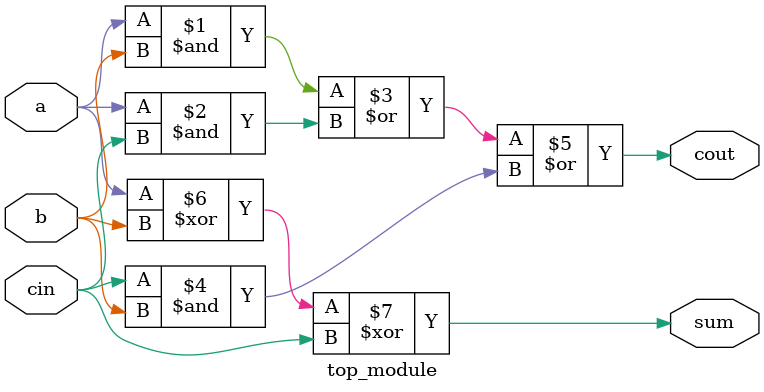
<source format=v>
module top_module(
    input a, b, cin,
    output cout, sum );
    assign cout = (a&b)|(a&cin)|(cin&b);
    assign sum  = a^b^cin;
endmodule

</source>
